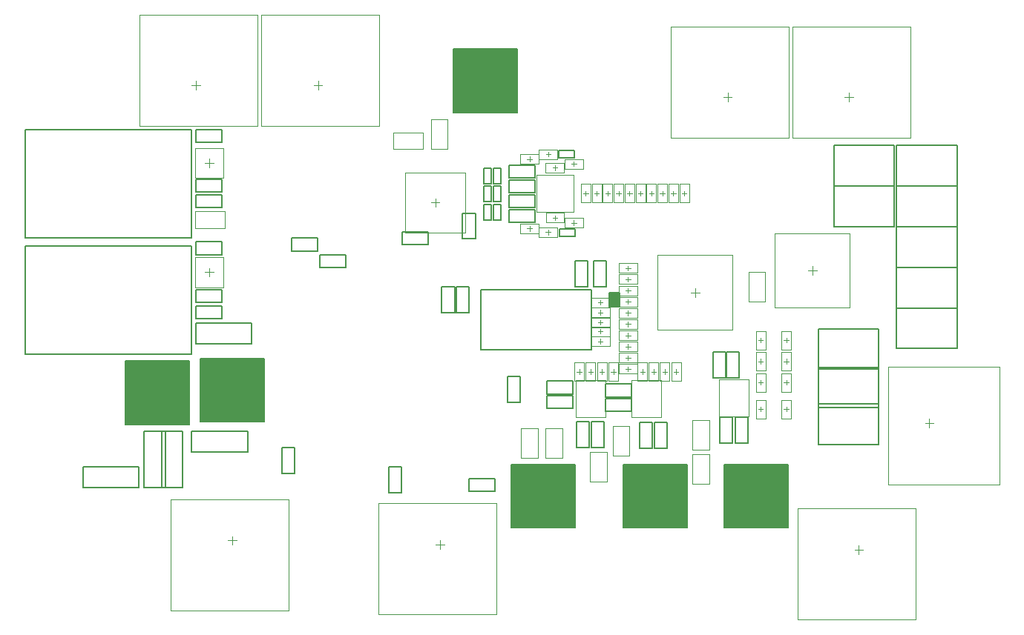
<source format=gbr>
%TF.GenerationSoftware,Altium Limited,Altium Designer,22.0.2 (36)*%
G04 Layer_Color=32768*
%FSLAX45Y45*%
%MOMM*%
%TF.SameCoordinates,A85A4143-1F01-4578-B965-72C63468A48A*%
%TF.FilePolarity,Positive*%
%TF.FileFunction,Other,Top_Courtyard*%
%TF.Part,Single*%
G01*
G75*
%TA.AperFunction,NonConductor*%
%ADD67C,0.10000*%
%ADD68C,0.20000*%
%ADD69C,0.15240*%
%ADD88C,0.05000*%
G36*
X4883220Y4761780D02*
X4156780D01*
Y5488220D01*
X4883220D01*
Y4761780D01*
D02*
G37*
G36*
X6053460Y2699970D02*
Y2545030D01*
Y2542490D01*
X5931540D01*
Y2545030D01*
Y2699970D01*
Y2702510D01*
X6053460D01*
Y2699970D01*
D02*
G37*
G36*
X1997950Y1224550D02*
X1271510D01*
Y1950990D01*
X1997950D01*
Y1224550D01*
D02*
G37*
G36*
X1140450Y1199010D02*
X414010D01*
Y1925450D01*
X1140450D01*
Y1199010D01*
D02*
G37*
G36*
X7975720Y14550D02*
X7249280D01*
Y740990D01*
X7975720D01*
Y14550D01*
D02*
G37*
G36*
X6823220D02*
X6096780D01*
Y740990D01*
X6823220D01*
Y14550D01*
D02*
G37*
G36*
X5542950D02*
X4816510D01*
Y740990D01*
X5542950D01*
Y14550D01*
D02*
G37*
D67*
X8668373Y4889241D02*
Y4989241D01*
X8618376Y4939243D02*
X8718376D01*
X7285876Y4889241D02*
Y4989241D01*
X7235874Y4939243D02*
X7335874D01*
X9538484Y1210203D02*
X9638484D01*
X9588487Y1160206D02*
Y1260206D01*
X6914901Y2654703D02*
Y2754702D01*
X6864898Y2704700D02*
X6964903D01*
X8783906Y-284234D02*
Y-184234D01*
X8733903Y-234231D02*
X8833903D01*
X6314998Y1772500D02*
Y1827501D01*
X6287500Y1799998D02*
X6342501D01*
X6442501Y1772500D02*
Y1827501D01*
X6414998Y1799998D02*
X6469999D01*
X6569999Y1772500D02*
Y1827501D01*
X6542501Y1799998D02*
X6597502D01*
X6697502Y1772500D02*
Y1827501D01*
X6669999Y1799998D02*
X6725000D01*
X7928803Y2158600D02*
X7983799D01*
X7956301Y2131102D02*
Y2186098D01*
X7928803Y1917300D02*
X7983799D01*
X7956301Y1889802D02*
Y1944798D01*
X7636703Y1917300D02*
X7691699D01*
X7664201Y1889802D02*
Y1944798D01*
X7636703Y1676000D02*
X7691699D01*
X7664201Y1648502D02*
Y1703498D01*
X7928803Y1676000D02*
X7983799D01*
X7956301Y1648502D02*
Y1703498D01*
X7928803Y1371200D02*
X7983799D01*
X7956301Y1343702D02*
Y1398698D01*
X7636703Y1371200D02*
X7691699D01*
X7664201Y1343702D02*
Y1398698D01*
X5954999Y1799998D02*
X6010000D01*
X5982502Y1772500D02*
Y1827501D01*
X5852500Y1772500D02*
Y1827501D01*
X5825002Y1799998D02*
X5879998D01*
X5722503Y1772500D02*
Y1827501D01*
X5695000Y1799998D02*
X5750001D01*
X5592500Y1772500D02*
Y1827501D01*
X5565002Y1799998D02*
X5619998D01*
X3952499Y-175000D02*
X4052498D01*
X4002501Y-225002D02*
Y-125002D01*
X1632498Y-179998D02*
Y-79999D01*
X1582501Y-130001D02*
X1682501D01*
X1369588Y2884999D02*
Y2984999D01*
X1319590Y2935002D02*
X1419590D01*
X1167500Y5075003D02*
X1267500D01*
X1217498Y5025000D02*
Y5125000D01*
X2562499Y5075003D02*
X2662499D01*
X2612501Y5025000D02*
Y5125000D01*
X3950561Y3681388D02*
Y3781387D01*
X3900563Y3731390D02*
X4000563D01*
X4998405Y4230000D02*
X5053406D01*
X5025903Y4202502D02*
Y4257498D01*
X5532206Y4147501D02*
Y4202497D01*
X5504708Y4174999D02*
X5559704D01*
X5212206Y4285002D02*
X5267208D01*
X5239705Y4257498D02*
Y4312500D01*
X5317103Y3531165D02*
Y3586166D01*
X5289605Y3558668D02*
X5344607D01*
X4998405Y3435168D02*
X5053406D01*
X5025903Y3407665D02*
Y3462666D01*
X5209707Y3392501D02*
X5264703D01*
X5237205Y3364998D02*
Y3420000D01*
X5532206Y3472501D02*
Y3527497D01*
X5504708Y3499999D02*
X5559704D01*
X6542130Y3810001D02*
Y3865002D01*
X6514632Y3837499D02*
X6569633D01*
X6042426Y3810001D02*
Y3865002D01*
X6014928Y3837499D02*
X6069929D01*
X5792576Y3810001D02*
Y3865002D01*
X5765073Y3837499D02*
X5820074D01*
X6292281Y3810001D02*
Y3865002D01*
X6264777Y3837499D02*
X6319779D01*
X6417208Y3810001D02*
Y3865002D01*
X6389705Y3837499D02*
X6444706D01*
X6667058Y3810001D02*
Y3865002D01*
X6639559Y3837499D02*
X6694561D01*
X6764487D02*
X6819483D01*
X6791985Y3810001D02*
Y3865002D01*
X5667649Y3810001D02*
Y3865002D01*
X5640146Y3837499D02*
X5695147D01*
X6139855D02*
X6194851D01*
X6167353Y3810001D02*
Y3865002D01*
X5890000Y3837499D02*
X5945002D01*
X5917498Y3810001D02*
Y3865002D01*
X6150198Y2954900D02*
Y3009901D01*
X6122700Y2982398D02*
X6177701D01*
X6150198Y1803401D02*
Y1858402D01*
X6122700Y1830904D02*
X6177701D01*
X5807100Y2260200D02*
X5862101D01*
X5834603Y2232702D02*
Y2287698D01*
X5807100Y2361800D02*
X5862101D01*
X5834603Y2334302D02*
Y2389298D01*
X6122700Y2214734D02*
X6177701D01*
X6150198Y2187236D02*
Y2242237D01*
X6122700Y2342679D02*
X6177701D01*
X6150198Y2315181D02*
Y2370177D01*
X6122700Y2598569D02*
X6177701D01*
X6150198Y2571065D02*
Y2626067D01*
X6122700Y2470624D02*
X6177701D01*
X6150198Y2443126D02*
Y2498122D01*
X8252500Y2904999D02*
Y3004999D01*
X8202503Y2955002D02*
X8302503D01*
X6122700Y2854458D02*
X6177701D01*
X6150198Y2826955D02*
Y2881956D01*
X6122700Y2726513D02*
X6177701D01*
X6150198Y2699010D02*
Y2754012D01*
X6122700Y2086789D02*
X6177701D01*
X6150198Y2059291D02*
Y2114292D01*
X6122700Y1958849D02*
X6177701D01*
X6150198Y1931346D02*
Y1986347D01*
X5807100Y2476100D02*
X5862101D01*
X5834603Y2448602D02*
Y2503598D01*
X5807903Y2145900D02*
X5862899D01*
X5835401Y2118402D02*
Y2173398D01*
X5807903Y2590400D02*
X5862899D01*
X5835401Y2562902D02*
Y2617898D01*
X7636703Y2158600D02*
X7691699D01*
X7664201Y2131102D02*
Y2186098D01*
X5288706Y4130168D02*
X5343707D01*
X5316204Y4102665D02*
Y4157666D01*
X1369588Y4132500D02*
Y4232500D01*
X1319590Y4182502D02*
X1419590D01*
D68*
X4192092Y2772909D02*
X4337913D01*
X4192092Y2477091D02*
Y2772909D01*
Y2477091D02*
X4337913D01*
Y2772909D01*
X4024589D02*
X4170410D01*
X4024589Y2477091D02*
Y2772909D01*
Y2477091D02*
X4170410D01*
Y2772909D01*
X1217091Y2117498D02*
X1857090D01*
X1217091D02*
Y2357502D01*
X1857090D01*
Y2117498D02*
Y2357502D01*
X5086314Y3843833D02*
Y3989655D01*
X4790490D02*
X5086314D01*
X4790490Y3843833D02*
Y3989655D01*
Y3843833D02*
X5086314D01*
X4502286Y3535078D02*
X4589535D01*
Y3712325D01*
X4502286D02*
X4589535D01*
X4502286Y3535078D02*
Y3712325D01*
X4613411Y3947168D02*
Y4124414D01*
X4700660D01*
Y3947168D02*
Y4124414D01*
X4613411Y3947168D02*
X4700660D01*
X4613411Y3535078D02*
Y3712325D01*
X4700660D01*
Y3535078D02*
Y3712325D01*
X4613411Y3535078D02*
X4700660D01*
X4502286Y3742114D02*
Y3919360D01*
X4589535D01*
Y3742114D02*
Y3919360D01*
X4502286Y3742114D02*
X4589535D01*
X4613411D02*
Y3919360D01*
X4700660D01*
Y3742114D02*
Y3919360D01*
X4613411Y3742114D02*
X4700660D01*
X4502286Y3947168D02*
X4589535D01*
Y4124414D01*
X4502286D02*
X4589535D01*
X4502286Y3947168D02*
Y4124414D01*
X2347909Y634590D02*
Y930413D01*
X2202088Y634590D02*
X2347909D01*
X2202088D02*
Y930413D01*
X2347909D01*
X2930174Y2987087D02*
Y3132913D01*
X2634350D02*
X2930174D01*
X2634350Y2987087D02*
Y3132913D01*
Y2987087D02*
X2930174D01*
X2309591Y3325410D02*
X2605410D01*
Y3179589D02*
Y3325410D01*
X2309591Y3179589D02*
X2605410D01*
X2309591D02*
Y3325410D01*
X4263069Y3611638D02*
X4408891D01*
X4263069Y3315819D02*
Y3611638D01*
Y3315819D02*
X4408891D01*
Y3611638D01*
X9010256Y1827292D02*
Y2287707D01*
X8319841D02*
X9010256D01*
X8319841Y1827292D02*
Y2287707D01*
Y1827292D02*
X9010256D01*
X-727497Y3237501D02*
X1172499D01*
X-727497Y1997498D02*
Y3237501D01*
Y1997498D02*
X1172499D01*
Y3237501D01*
X-727497Y4567500D02*
X1172499D01*
X-727497Y3327498D02*
Y4567500D01*
Y3327498D02*
X1172499D01*
Y4567500D01*
X9215247Y3459292D02*
X9905662D01*
Y3919707D01*
X9215247D02*
X9905662D01*
X9215247Y3459292D02*
Y3919707D01*
X8319794Y969208D02*
X9010212D01*
X8319794D02*
Y1429623D01*
X9010212D01*
Y969208D02*
Y1429623D01*
X9215247Y2523208D02*
X9905660D01*
Y2062792D02*
Y2523208D01*
X9215247Y2062792D02*
X9905660D01*
X9215247D02*
Y2523208D01*
Y2528292D02*
X9905662D01*
Y2988708D01*
X9215247D02*
X9905662D01*
X9215247Y2528292D02*
Y2988708D01*
Y2993792D02*
X9905662D01*
Y3454207D01*
X9215247D02*
X9905662D01*
X9215247Y2993792D02*
Y3454207D01*
X8497297Y3459292D02*
X9187710D01*
X8497297D02*
Y3919707D01*
X9187710D01*
Y3459292D02*
Y3919707D01*
X8497292Y3924792D02*
X9187710D01*
X8497292D02*
Y4385207D01*
X9187710D01*
Y3924792D02*
Y4385207D01*
X9215247Y3924792D02*
X9905662D01*
Y4385207D01*
X9215247D02*
X9905662D01*
X9215247Y3924792D02*
Y4385207D01*
X5705414Y932329D02*
Y1228152D01*
X5559587Y932329D02*
X5705414D01*
X5559587D02*
Y1228152D01*
X5705414D01*
X5875411Y929829D02*
Y1225653D01*
X5729589Y929829D02*
X5875411D01*
X5729589D02*
Y1225653D01*
X5875411D01*
X7116490Y1731291D02*
X7262312D01*
Y2027109D01*
X7116490D02*
X7262312D01*
X7116490Y1731291D02*
Y2027109D01*
X7268890Y1731291D02*
X7414712D01*
Y2027109D01*
X7268890D02*
X7414712D01*
X7268890Y1731291D02*
Y2027109D01*
X8319794Y1387290D02*
X9010207D01*
X8319794D02*
Y1847706D01*
X9010207D01*
Y1387290D02*
Y1847706D01*
X7375387Y1277809D02*
X7521214D01*
X7375387Y981991D02*
Y1277809D01*
Y981991D02*
X7521214D01*
Y1277809D01*
X7197587D02*
X7343414D01*
X7197587Y981991D02*
Y1277809D01*
Y981991D02*
X7343414D01*
Y1277809D01*
X6452087Y1220410D02*
X6597914D01*
X6452087Y924587D02*
Y1220410D01*
Y924587D02*
X6597914D01*
Y1220410D01*
X6284589D02*
X6430411D01*
X6284589Y924587D02*
Y1220410D01*
Y924587D02*
X6430411D01*
Y1220410D01*
X5889589Y1344591D02*
X6185413D01*
X5889589D02*
Y1490412D01*
X6185413D01*
Y1344591D02*
Y1490412D01*
X5892002Y1512089D02*
X6187826D01*
X5892002D02*
Y1657910D01*
X6187826D01*
Y1512089D02*
Y1657910D01*
X5224805Y1544591D02*
X5520623D01*
X5224805D02*
Y1690412D01*
X5520623D01*
Y1544591D02*
Y1690412D01*
X5224592Y1377088D02*
X5520410D01*
X5224592D02*
Y1522909D01*
X5520410D01*
Y1377088D02*
Y1522909D01*
X4772091Y1449828D02*
Y1745652D01*
X4917912D01*
Y1449828D02*
Y1745652D01*
X4772091Y1449828D02*
X4917912D01*
X4337090Y580412D02*
X4632914D01*
Y434590D02*
Y580412D01*
X4337090Y434590D02*
X4632914D01*
X4337090D02*
Y580412D01*
X3417087Y708367D02*
X3562913D01*
X3417087Y412543D02*
Y708367D01*
Y412543D02*
X3562913D01*
Y708367D01*
X830000Y477501D02*
X1070000D01*
X830000D02*
Y1117500D01*
X1070000D01*
Y477501D02*
Y1117500D01*
X630001D02*
X870000D01*
Y477501D02*
Y1117500D01*
X630001Y477501D02*
X870000D01*
X630001D02*
Y1117500D01*
X1172499Y882499D02*
X1812503D01*
X1172499D02*
Y1122498D01*
X1812503D01*
Y882499D02*
Y1122498D01*
X1217091Y2402089D02*
Y2547911D01*
Y2402089D02*
X1512910D01*
Y2547911D01*
X1217091D02*
X1512910D01*
X1217091Y2589587D02*
Y2735409D01*
Y2589587D02*
X1512910D01*
Y2735409D01*
X1217091D02*
X1512910D01*
X1217091Y3282911D02*
X1512910D01*
Y3137089D02*
Y3282911D01*
X1217091Y3137089D02*
X1512910D01*
X1217091D02*
Y3282911D01*
Y3674589D02*
Y3820410D01*
Y3674589D02*
X1512910D01*
Y3820410D01*
X1217091D02*
X1512910D01*
X1217091Y3849590D02*
Y3995411D01*
Y3849590D02*
X1512910D01*
Y3995411D01*
X1217091D02*
X1512910D01*
X1217091Y4419591D02*
Y4565413D01*
Y4419591D02*
X1512910D01*
Y4565413D01*
X1217091D02*
X1512910D01*
X3872293Y3251071D02*
Y3396897D01*
X3576469D02*
X3872293D01*
X3576469Y3251071D02*
Y3396897D01*
Y3251071D02*
X3872293D01*
X5086314Y4014344D02*
Y4160166D01*
X4790495D02*
X5086314D01*
X4790495Y4014344D02*
Y4160166D01*
Y4014344D02*
X5086314D01*
X5358582Y4331123D02*
X5535828D01*
Y4243874D02*
Y4331123D01*
X5358582Y4243874D02*
X5535828D01*
X5358582D02*
Y4331123D01*
X5759592Y2769587D02*
X5905413D01*
Y3065410D01*
X5759592D02*
X5905413D01*
X5759592Y2769587D02*
Y3065410D01*
X5690412Y2769587D02*
Y3065410D01*
X5544591Y2769587D02*
X5690412D01*
X5544591D02*
Y3065410D01*
X5690412D01*
X5365368Y3433624D02*
X5542615D01*
Y3346375D02*
Y3433624D01*
X5365368Y3346375D02*
X5542615D01*
X5365368D02*
Y3433624D01*
X570001Y475002D02*
Y715001D01*
X-69998D02*
X570001D01*
X-69998Y475002D02*
Y715001D01*
Y475002D02*
X570001D01*
X4790495Y3504180D02*
X5086314D01*
X4790495D02*
Y3650002D01*
X5086314D01*
Y3504180D02*
Y3650002D01*
X4469932Y2738197D02*
X5731555D01*
Y2053200D02*
Y2738197D01*
X4469932Y2053200D02*
X5731555D01*
X4469932D02*
Y2738197D01*
X5086314Y3676677D02*
Y3822498D01*
X4790490D02*
X5086314D01*
X4790490Y3676677D02*
Y3822498D01*
Y3676677D02*
X5086314D01*
D69*
X414010Y1199010D02*
X1140450D01*
Y1925450D01*
X414010D02*
X1140450D01*
X414010Y1199010D02*
Y1925450D01*
X6096780Y14550D02*
X6823220D01*
Y740990D01*
X6096780D02*
X6823220D01*
X6096780Y14550D02*
Y740990D01*
X7249280Y14550D02*
X7975720D01*
Y740990D01*
X7249280D02*
X7975720D01*
X7249280Y14550D02*
Y740990D01*
X1271510Y1224550D02*
X1997950D01*
Y1950990D01*
X1271510D02*
X1997950D01*
X1271510Y1224550D02*
Y1950990D01*
X4816510Y14550D02*
X5542950D01*
Y740990D01*
X4816510D02*
X5542950D01*
X4816510Y14550D02*
Y740990D01*
X4156781Y4761780D02*
Y5488220D01*
Y4761780D02*
X4883221D01*
Y5488220D01*
X4156781D02*
X4883221D01*
X6053460Y2545030D02*
Y2699970D01*
X5931540Y2545030D02*
Y2699970D01*
X6053460Y2542490D02*
Y2545030D01*
Y2699970D02*
Y2702510D01*
X5931540D02*
X6053460D01*
X5931540Y2699970D02*
Y2702510D01*
Y2542490D02*
Y2545030D01*
Y2542490D02*
X6053460D01*
D88*
X8023376Y4469242D02*
X9370358D01*
Y5739221D01*
X8023376D02*
X9370358D01*
X8023376Y4469242D02*
Y5739221D01*
X6640874Y4469242D02*
X7987861D01*
Y5739221D01*
X6640874D02*
X7987861D01*
X6640874Y4469242D02*
Y5739221D01*
X9118485Y508218D02*
Y1855206D01*
Y508218D02*
X10388465D01*
Y1855206D01*
X9118485D02*
X10388465D01*
X6489903Y2279702D02*
X7339898D01*
X6489903Y3129698D02*
X7339898D01*
Y2279702D02*
Y3129698D01*
X6489903Y2279702D02*
Y3129698D01*
X8081921Y235765D02*
X9428903D01*
X8081921Y-1034215D02*
Y235765D01*
Y-1034215D02*
X9428903D01*
Y235765D01*
X4931501Y813502D02*
X5123500D01*
Y1151500D01*
X4931501D02*
X5123500D01*
X4931501Y813502D02*
Y1151500D01*
X5206502D02*
X5398500D01*
X5206502Y813502D02*
Y1151500D01*
Y813502D02*
X5398500D01*
Y1151500D01*
X5911001Y543500D02*
Y881498D01*
X5719003Y543500D02*
X5911001D01*
X5719003D02*
Y881498D01*
X5911001D01*
X5973998Y838501D02*
X6166002D01*
Y1176499D01*
X5973998D02*
X6166002D01*
X5973998Y838501D02*
Y1176499D01*
X6260002Y1905001D02*
X6369999D01*
X6260002Y1694999D02*
X6369999D01*
X6260002D02*
Y1905001D01*
X6369999Y1694999D02*
Y1905001D01*
X6387500D02*
X6497502D01*
X6387500Y1694999D02*
X6497502D01*
X6387500D02*
Y1905001D01*
X6497502Y1694999D02*
Y1905001D01*
X6514998Y1694999D02*
X6625000D01*
X6514998Y1905001D02*
X6625000D01*
Y1694999D02*
Y1905001D01*
X6514998Y1694999D02*
Y1905001D01*
X6642501Y1694999D02*
X6752498D01*
X6642501Y1905001D02*
X6752498D01*
Y1694999D02*
Y1905001D01*
X6642501Y1694999D02*
Y1905001D01*
X7189398Y1287202D02*
Y1709198D01*
X7529403D01*
Y1287202D02*
Y1709198D01*
X7189398Y1287202D02*
X7529403D01*
X7901299Y2053601D02*
Y2263598D01*
X8011302Y2053601D02*
Y2263598D01*
X7901299Y2053601D02*
X8011302D01*
X7901299Y2263598D02*
X8011302D01*
X7901299Y1812301D02*
Y2022298D01*
X8011302Y1812301D02*
Y2022298D01*
X7901299Y1812301D02*
X8011302D01*
X7901299Y2022298D02*
X8011302D01*
X7609199Y1812301D02*
Y2022298D01*
X7719202Y1812301D02*
Y2022298D01*
X7609199Y1812301D02*
X7719202D01*
X7609199Y2022298D02*
X7719202D01*
X7609199Y1571001D02*
Y1780998D01*
X7719202Y1571001D02*
Y1780998D01*
X7609199Y1571001D02*
X7719202D01*
X7609199Y1780998D02*
X7719202D01*
X7901299Y1571001D02*
Y1780998D01*
X8011302Y1571001D02*
Y1780998D01*
X7901299Y1571001D02*
X8011302D01*
X7901299Y1780998D02*
X8011302D01*
X7901299Y1266201D02*
Y1476198D01*
X8011302Y1266201D02*
Y1476198D01*
X7901299Y1266201D02*
X8011302D01*
X7901299Y1476198D02*
X8011302D01*
X7719202Y1266201D02*
Y1476198D01*
X7609199Y1266201D02*
Y1476198D01*
X7719202D01*
X7609199Y1266201D02*
X7719202D01*
X6883999Y857500D02*
X7076003D01*
X6883999Y519502D02*
Y857500D01*
Y519502D02*
X7076003D01*
Y857500D01*
X6883999Y1241502D02*
X7076003D01*
X6883999Y903500D02*
Y1241502D01*
Y903500D02*
X7076003D01*
Y1241502D01*
X6187500Y1278998D02*
X6527500D01*
Y1700999D01*
X6187500D02*
X6527500D01*
X6187500Y1278998D02*
Y1700999D01*
X5927501Y1694999D02*
Y1905001D01*
X6037498Y1694999D02*
Y1905001D01*
X5927501Y1694999D02*
X6037498D01*
X5927501Y1905001D02*
X6037498D01*
X5797499D02*
X5907501D01*
X5797499Y1694999D02*
X5907501D01*
Y1905001D01*
X5797499Y1694999D02*
Y1905001D01*
X5667501Y1694999D02*
X5777499D01*
X5667501Y1905001D02*
X5777499D01*
X5667501Y1694999D02*
Y1905001D01*
X5777499Y1694999D02*
Y1905001D01*
X5537499Y1694999D02*
X5647502D01*
X5537499Y1905001D02*
X5647502D01*
X5537499Y1694999D02*
Y1905001D01*
X5647502Y1694999D02*
Y1905001D01*
X5552500Y1278998D02*
X5892500D01*
Y1700999D01*
X5552500D02*
X5892500D01*
X5552500Y1278998D02*
Y1700999D01*
X4647498Y-974983D02*
Y295002D01*
X3300516Y-974983D02*
X4647498D01*
X3300516D02*
Y295002D01*
X4647498D01*
X930513Y340001D02*
X2277501D01*
X930513Y-929979D02*
Y340001D01*
Y-929979D02*
X2277501D01*
Y340001D01*
X1209588Y2765000D02*
X1529587D01*
X1209588D02*
Y3104999D01*
X1529587D01*
Y2765000D02*
Y3104999D01*
X1211000Y3633502D02*
X1548998D01*
Y3441498D02*
Y3633502D01*
X1211000Y3441498D02*
X1548998D01*
X1211000D02*
Y3633502D01*
X572500Y4605001D02*
Y5874981D01*
X1919488D01*
Y4605001D02*
Y5874981D01*
X572500Y4605001D02*
X1919488D01*
X1967499D02*
Y5874981D01*
X3314486D01*
Y4605001D02*
Y5874981D01*
X1967499Y4605001D02*
X3314486D01*
X3605563Y4076388D02*
X4295559D01*
X3605563Y3386387D02*
X4295559D01*
Y4076388D01*
X3605563Y3386387D02*
Y4076388D01*
X5104704Y3626669D02*
X5527705D01*
X5104704Y4049666D02*
X5527705D01*
Y3626669D02*
Y4049666D01*
X5104704Y3626669D02*
Y4049666D01*
X5130906Y4174999D02*
Y4285002D01*
X4920904Y4174999D02*
Y4285002D01*
Y4174999D02*
X5130906D01*
X4920904Y4285002D02*
X5130906D01*
X5427207Y4230000D02*
X5637204D01*
X5427207Y4119998D02*
X5637204D01*
X5427207D02*
Y4230000D01*
X5637204Y4119998D02*
Y4230000D01*
X5344703D02*
Y4339998D01*
X5134706Y4230000D02*
Y4339998D01*
Y4230000D02*
X5344703D01*
X5134706Y4339998D02*
X5344703D01*
X5212105Y3613669D02*
X5422102D01*
X5212105Y3503667D02*
X5422102D01*
X5212105D02*
Y3613669D01*
X5422102Y3503667D02*
Y3613669D01*
X5130906Y3380167D02*
Y3490170D01*
X4920904Y3380167D02*
Y3490170D01*
Y3380167D02*
X5130906D01*
X4920904Y3490170D02*
X5130906D01*
X5342204Y3337500D02*
Y3447498D01*
X5132207Y3337500D02*
Y3447498D01*
Y3337500D02*
X5342204D01*
X5132207Y3447498D02*
X5342204D01*
X5427207Y3555001D02*
X5637204D01*
X5427207Y3444998D02*
X5637204D01*
X5427207D02*
Y3555001D01*
X5637204Y3444998D02*
Y3555001D01*
X6487134Y3942498D02*
X6597131D01*
X6487134Y3732501D02*
X6597131D01*
Y3942498D01*
X6487134Y3732501D02*
Y3942498D01*
X5987425D02*
X6097427D01*
X5987425Y3732501D02*
X6097427D01*
Y3942498D01*
X5987425Y3732501D02*
Y3942498D01*
X5737575D02*
X5847572D01*
X5737575Y3732501D02*
X5847572D01*
Y3942498D01*
X5737575Y3732501D02*
Y3942498D01*
X6237279D02*
X6347282D01*
X6237279Y3732501D02*
X6347282D01*
Y3942498D01*
X6237279Y3732501D02*
Y3942498D01*
X6362207D02*
X6472204D01*
X6362207Y3732501D02*
X6472204D01*
Y3942498D01*
X6362207Y3732501D02*
Y3942498D01*
X6612056D02*
X6722059D01*
X6612056Y3732501D02*
X6722059D01*
Y3942498D01*
X6612056Y3732501D02*
Y3942498D01*
X6736984Y3732501D02*
Y3942498D01*
X6846986Y3732501D02*
Y3942498D01*
X6736984Y3732501D02*
X6846986D01*
X6736984Y3942498D02*
X6846986D01*
X5612648D02*
X5722650D01*
X5612648Y3732501D02*
X5722650D01*
Y3942498D01*
X5612648Y3732501D02*
Y3942498D01*
X3809977Y4340319D02*
Y4532318D01*
X3471979D02*
X3809977D01*
X3471979Y4340319D02*
Y4532318D01*
Y4340319D02*
X3809977D01*
X7523998Y2598503D02*
Y2936500D01*
X7716001D01*
Y2598503D02*
Y2936500D01*
X7523998Y2598503D02*
X7716001D01*
X6112352Y3732501D02*
Y3942498D01*
X6222354Y3732501D02*
Y3942498D01*
X6112352Y3732501D02*
X6222354D01*
X6112352Y3942498D02*
X6222354D01*
X5862502Y3732501D02*
Y3942498D01*
X5972500Y3732501D02*
Y3942498D01*
X5862502Y3732501D02*
X5972500D01*
X5862502Y3942498D02*
X5972500D01*
X3899979Y4344815D02*
Y4682818D01*
X4091978D01*
Y4344815D02*
Y4682818D01*
X3899979Y4344815D02*
X4091978D01*
X6045199Y3037399D02*
X6255202D01*
X6045199Y2927402D02*
X6255202D01*
X6045199D02*
Y3037399D01*
X6255202Y2927402D02*
Y3037399D01*
X6045199Y1885900D02*
X6255202D01*
X6045199Y1775903D02*
X6255202D01*
X6045199D02*
Y1885900D01*
X6255202Y1775903D02*
Y1885900D01*
X5939602Y2205199D02*
Y2315201D01*
X5729599Y2205199D02*
Y2315201D01*
Y2205199D02*
X5939602D01*
X5729599Y2315201D02*
X5939602D01*
Y2306799D02*
Y2416801D01*
X5729599Y2306799D02*
Y2416801D01*
Y2306799D02*
X5939602D01*
X5729599Y2416801D02*
X5939602D01*
X6255202Y2159733D02*
Y2269735D01*
X6045199Y2159733D02*
Y2269735D01*
Y2159733D02*
X6255202D01*
X6045199Y2269735D02*
X6255202D01*
Y2287678D02*
Y2397680D01*
X6045199Y2287678D02*
Y2397680D01*
Y2287678D02*
X6255202D01*
X6045199Y2397680D02*
X6255202D01*
Y2543567D02*
Y2653570D01*
X6045199Y2543567D02*
Y2653570D01*
Y2543567D02*
X6255202D01*
X6045199Y2653570D02*
X6255202D01*
Y2415623D02*
Y2525625D01*
X6045199Y2415623D02*
Y2525625D01*
Y2415623D02*
X6255202D01*
X6045199Y2525625D02*
X6255202D01*
X7827502Y2529999D02*
X8677498D01*
X7827502Y3380000D02*
X8677498D01*
Y2529999D02*
Y3380000D01*
X7827502Y2529999D02*
Y3380000D01*
X6255202Y2799457D02*
Y2909454D01*
X6045199Y2799457D02*
Y2909454D01*
Y2799457D02*
X6255202D01*
X6045199Y2909454D02*
X6255202D01*
Y2671512D02*
Y2781510D01*
X6045199Y2671512D02*
Y2781510D01*
Y2671512D02*
X6255202D01*
X6045199Y2781510D02*
X6255202D01*
Y2031793D02*
Y2141790D01*
X6045199Y2031793D02*
Y2141790D01*
Y2031793D02*
X6255202D01*
X6045199Y2141790D02*
X6255202D01*
Y1903848D02*
Y2013845D01*
X6045199Y1903848D02*
Y2013845D01*
Y1903848D02*
X6255202D01*
X6045199Y2013845D02*
X6255202D01*
X5939602Y2421099D02*
Y2531101D01*
X5729599Y2421099D02*
Y2531101D01*
Y2421099D02*
X5939602D01*
X5729599Y2531101D02*
X5939602D01*
X5940399Y2090899D02*
Y2200901D01*
X5730402Y2090899D02*
Y2200901D01*
Y2090899D02*
X5940399D01*
X5730402Y2200901D02*
X5940399D01*
Y2535399D02*
Y2645401D01*
X5730402Y2535399D02*
Y2645401D01*
Y2535399D02*
X5940399D01*
X5730402Y2645401D02*
X5940399D01*
X7609199Y2053601D02*
Y2263598D01*
X7719202Y2053601D02*
Y2263598D01*
X7609199Y2053601D02*
X7719202D01*
X7609199Y2263598D02*
X7719202D01*
X5421203Y4075167D02*
Y4185169D01*
X5211206Y4075167D02*
Y4185169D01*
Y4075167D02*
X5421203D01*
X5211206Y4185169D02*
X5421203D01*
X1209588Y4012500D02*
X1529587D01*
X1209588D02*
Y4352500D01*
X1529587D01*
Y4012500D02*
Y4352500D01*
%TF.MD5,5637d5cecce9970e58e3646ecb2b7ee1*%
M02*

</source>
